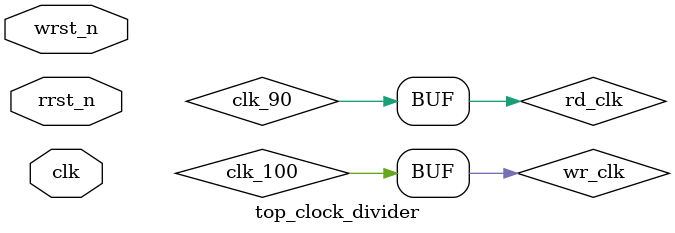
<source format=v>
`timescale 1ns / 1ps

module top_clock_divider(
    input  wire clk,      // 100 MHz input clock from board
    input  wire wrst_n,   // write-domain reset  (active-low)
    input  wire rrst_n    // read-domain reset   (active-low)
);

    wire clk_100;
    wire clk_90;
    wire locked;

    // PLL expects active-HIGH reset
    wire pll_reset = ~(wrst_n & rrst_n);

    clock_gen_top u_clk_gen (
        .clk_in  (clk),
        .reset   (pll_reset),
        .clk_100 (clk_100),
        .clk_90  (clk_90),
        .locked  (locked)
    );

    wire rd_clk = clk_90;    // write clock: 80 MHz
    wire wr_clk = clk_100;   // read clock: 100 MHz

    wire [63:0] sort_out;
    wire        done;

    top_rand_fifo_sort Instance_I1 (
        .wr_clk (wr_clk),
        .rd_clk (rd_clk),
        .wrst_n (wrst_n),
        .rrst_n (rrst_n),
        .sort_out(sort_out),
        .done(done)
    );

endmodule

</source>
